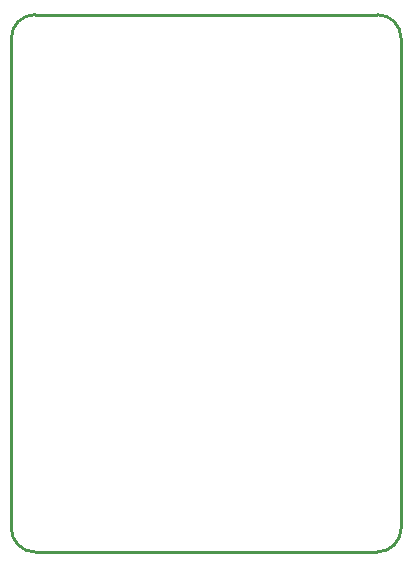
<source format=gko>
G04 Layer_Color=16711935*
%FSLAX24Y24*%
%MOIN*%
G70*
G01*
G75*
%ADD32C,0.0100*%
D32*
X-5709Y11614D02*
G03*
X-6496Y10827I0J-787D01*
G01*
X6496D02*
G03*
X5709Y11614I-787J0D01*
G01*
Y-6299D02*
G03*
X6496Y-5512I0J787D01*
G01*
X-6496D02*
G03*
X-5709Y-6299I787J0D01*
G01*
X-6496Y-5512D02*
Y10827D01*
X-5709Y11614D02*
X5709D01*
X6496Y-5512D02*
Y10827D01*
X-5709Y-6299D02*
X5709D01*
M02*

</source>
